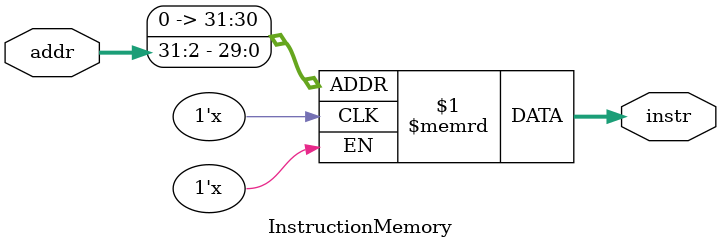
<source format=v>
`timescale 1ns/1ps

module InstructionMemory(
  input [31:0] addr,

  output [31:0] instr
);

  reg [31:0] inner [255:0];

  assign instr = inner[{2'b0, addr[31:2] }];

endmodule

</source>
